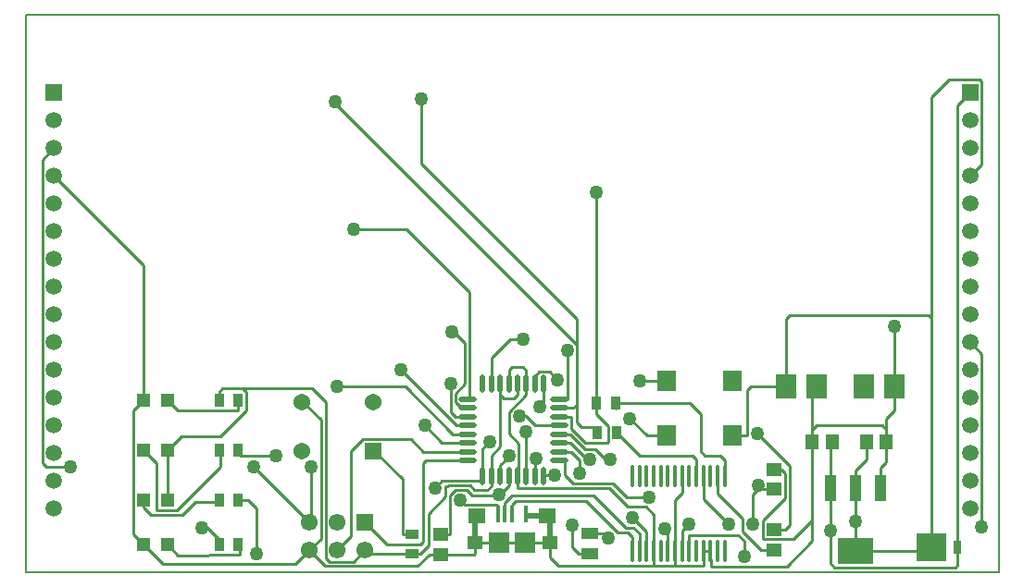
<source format=gtl>
G04 Layer_Physical_Order=1*
G04 Layer_Color=255*
%FSLAX25Y25*%
%MOIN*%
G70*
G01*
G75*
%ADD10R,0.01575X0.05905*%
%ADD11R,0.06299X0.05512*%
%ADD12R,0.05709X0.05118*%
%ADD13R,0.07480X0.07480*%
%ADD14R,0.05905X0.03937*%
%ADD15R,0.05118X0.03543*%
%ADD16R,0.05709X0.04528*%
%ADD17O,0.01378X0.08268*%
%ADD18R,0.03937X0.09449*%
%ADD19R,0.12992X0.09449*%
%ADD20R,0.05118X0.05118*%
%ADD21R,0.03543X0.05118*%
%ADD22R,0.06890X0.07677*%
%ADD23O,0.02165X0.06496*%
%ADD24O,0.06496X0.02165*%
%ADD25R,0.04528X0.05709*%
%ADD26R,0.07677X0.08858*%
%ADD27R,0.03000X0.05000*%
%ADD28R,0.10512X0.10000*%
%ADD29C,0.01000*%
%ADD30C,0.01968*%
%ADD31C,0.00787*%
%ADD32R,0.06063X0.06063*%
%ADD33C,0.06063*%
%ADD34R,0.06102X0.06102*%
%ADD35C,0.06102*%
%ADD36R,0.05905X0.05905*%
%ADD37C,0.05905*%
%ADD38C,0.05000*%
D10*
X170079Y20999D02*
D03*
X172638D02*
D03*
X175197D02*
D03*
X180315D02*
D03*
D11*
X162599Y20113D02*
D03*
X187795D02*
D03*
D12*
X161713Y10468D02*
D03*
X188681D02*
D03*
D13*
X170473D02*
D03*
X179921D02*
D03*
D14*
X203300Y6498D02*
D03*
Y13782D02*
D03*
D15*
X139000Y13445D02*
D03*
Y6555D02*
D03*
D16*
X149500Y13443D02*
D03*
Y6357D02*
D03*
X269503Y36868D02*
D03*
Y29781D02*
D03*
X269500Y8000D02*
D03*
Y15087D02*
D03*
D17*
X218500Y7500D02*
D03*
X221059D02*
D03*
X223618D02*
D03*
X226177D02*
D03*
X228736D02*
D03*
X231295D02*
D03*
X233854D02*
D03*
X236413D02*
D03*
X238972D02*
D03*
X241531D02*
D03*
X244090D02*
D03*
X246650D02*
D03*
X249209D02*
D03*
X251767D02*
D03*
X218500Y34665D02*
D03*
X221059D02*
D03*
X223618D02*
D03*
X226177D02*
D03*
X228736D02*
D03*
X231295D02*
D03*
X233854D02*
D03*
X236413D02*
D03*
X238972D02*
D03*
X241531D02*
D03*
X244090D02*
D03*
X246650D02*
D03*
X249209D02*
D03*
X251767D02*
D03*
D18*
X307858Y30285D02*
D03*
X298803D02*
D03*
X289748D02*
D03*
D19*
X298803Y7451D02*
D03*
D20*
X51131Y61800D02*
D03*
X42469D02*
D03*
X51131Y43800D02*
D03*
X42469D02*
D03*
X51131Y25800D02*
D03*
X42469D02*
D03*
X51131Y9800D02*
D03*
X42469D02*
D03*
D21*
X212745Y50300D02*
D03*
X205855D02*
D03*
X205510Y60700D02*
D03*
X212400D02*
D03*
X76576Y43800D02*
D03*
X69686D02*
D03*
X76575Y25800D02*
D03*
X69686D02*
D03*
X76575Y61800D02*
D03*
X69686D02*
D03*
X76576Y9800D02*
D03*
X69686D02*
D03*
D22*
X254372Y68743D02*
D03*
Y49057D02*
D03*
X230828Y68743D02*
D03*
Y49057D02*
D03*
D23*
X186624Y67716D02*
D03*
X183474D02*
D03*
X180324D02*
D03*
X177175D02*
D03*
X174025D02*
D03*
X170876D02*
D03*
X167726D02*
D03*
X164576D02*
D03*
Y34646D02*
D03*
X167726D02*
D03*
X170876D02*
D03*
X174025D02*
D03*
X177175D02*
D03*
X180324D02*
D03*
X183474D02*
D03*
X186624D02*
D03*
D24*
X159065Y62205D02*
D03*
Y59055D02*
D03*
Y55905D02*
D03*
Y52756D02*
D03*
Y49606D02*
D03*
Y46457D02*
D03*
Y43307D02*
D03*
Y40157D02*
D03*
X192135D02*
D03*
Y43307D02*
D03*
Y46457D02*
D03*
Y49606D02*
D03*
Y52756D02*
D03*
Y55905D02*
D03*
Y59055D02*
D03*
Y62205D02*
D03*
D25*
X283260Y46868D02*
D03*
X290347D02*
D03*
X302803D02*
D03*
X309890D02*
D03*
D26*
X273976Y66868D02*
D03*
X284803D02*
D03*
X301976D02*
D03*
X312803D02*
D03*
D27*
X335600Y8700D02*
D03*
D28*
X326309D02*
D03*
D29*
X233854Y11118D02*
X233903D01*
X273458Y26518D02*
Y35543D01*
X272132Y36868D02*
X273458Y35543D01*
X269503Y36868D02*
X272132D01*
X251767Y34665D02*
Y40233D01*
X250000Y42000D02*
X251767Y40233D01*
X244500Y42000D02*
X250000D01*
X243000Y43500D02*
X244500Y42000D01*
X243000Y43500D02*
Y57000D01*
X239300Y60700D02*
X243000Y57000D01*
X212400Y60700D02*
X239300D01*
X241531Y34665D02*
Y40469D01*
X240000Y42000D02*
X241531Y40469D01*
X221045Y42000D02*
X240000D01*
X212745Y50300D02*
X221045Y42000D01*
X200003Y52318D02*
X205855D01*
X159903Y62205D02*
Y100918D01*
X118000Y123500D02*
X137321D01*
X159903Y100918D01*
X205500Y60710D02*
Y137000D01*
Y60710D02*
X205510Y60700D01*
X51131Y25800D02*
Y43800D01*
X298803Y30285D02*
Y36518D01*
X302803Y40518D01*
Y46868D01*
X244090Y7500D02*
X246650D01*
X307858Y30285D02*
Y37518D01*
X309890Y39549D01*
Y46868D01*
Y55318D02*
X312803Y58231D01*
Y66868D01*
X289748Y30285D02*
Y46269D01*
X226177Y2318D02*
X226277Y2218D01*
X233754D01*
X233854Y2318D01*
Y7500D01*
Y2318D02*
X233954Y2218D01*
X243990D01*
X244090Y2318D01*
Y7500D01*
X283260Y51268D02*
X284810Y52818D01*
X308340D01*
X309890Y51268D01*
Y46868D02*
Y51268D01*
X42469Y23175D02*
Y25800D01*
Y23175D02*
X45103Y20541D01*
X56390D01*
X61167Y25318D01*
X69686D02*
Y25800D01*
X335600Y168100D02*
X340200Y172700D01*
X335600Y8700D02*
Y168100D01*
X123445Y6555D02*
X139000D01*
X188681Y5290D02*
X191753Y2218D01*
X226077D01*
X226177Y2318D01*
Y7500D01*
X161603Y6357D02*
X161713Y6466D01*
X289748Y3123D02*
X291253Y1618D01*
X334700D01*
X335600Y2518D01*
Y8700D01*
X177175Y63768D02*
Y67716D01*
X175925Y62518D02*
X177175Y63768D01*
X172125Y62518D02*
X175925D01*
X170876Y63768D02*
X172125Y62518D01*
X170876Y63768D02*
Y67716D01*
X102200Y17800D02*
X102803Y18403D01*
Y37718D01*
X135103Y72700D02*
X155047Y52756D01*
X159065D01*
X6103Y148603D02*
X10200Y152700D01*
X6103Y39118D02*
Y148603D01*
Y39118D02*
X7503Y37718D01*
X16203D01*
X82282D02*
X102200Y17800D01*
X298803Y7451D02*
Y18218D01*
Y30285D01*
X325059Y92518D02*
X326309Y91268D01*
X275226Y92518D02*
X325059D01*
X273976Y91268D02*
X275226Y92518D01*
X273976Y66868D02*
Y91268D01*
X102200Y7800D02*
X107951Y2049D01*
X141134D01*
X145442Y6357D01*
X149500D01*
X186624Y34646D02*
Y34718D01*
X265503Y18563D02*
X273458Y26518D01*
X265503Y11818D02*
Y18563D01*
Y11818D02*
X265603Y11718D01*
X276503D01*
X283260Y18474D01*
X236413Y28407D02*
Y34665D01*
X233903Y25897D02*
X236413Y28407D01*
X233854Y7500D02*
Y11118D01*
X192135Y59055D02*
X197303D01*
X198603Y60355D01*
Y81718D01*
Y53718D02*
X200003Y52318D01*
X205855Y50300D02*
Y52318D01*
X205510Y56818D02*
Y60700D01*
Y56818D02*
X209752Y52576D01*
Y46718D02*
Y52576D01*
X209652Y46618D02*
X209752Y46718D01*
X201554Y46618D02*
X209652D01*
X196503Y51669D02*
X201554Y46618D01*
X196503Y51669D02*
Y55805D01*
X196403Y55905D02*
X196503Y55805D01*
X192135Y55905D02*
X196403D01*
X192135Y62205D02*
X195003D01*
X192135Y43307D02*
X196403D01*
X261253Y66868D02*
X273976D01*
X259803Y65418D02*
X261253Y66868D01*
X259803Y49157D02*
Y65418D01*
X259703Y49057D02*
X259803Y49157D01*
X254372Y49057D02*
X259703D01*
X149500Y13443D02*
X152703D01*
X152803Y13543D01*
Y27518D01*
X154803Y29518D01*
X158753D01*
X160753Y27518D01*
X170403D01*
X167726Y30990D02*
Y34646D01*
X166253Y29518D02*
X167726Y30990D01*
X161603Y29518D02*
X166253D01*
X160003Y31118D02*
X161603Y29518D01*
X151203Y27039D02*
Y31018D01*
X145103Y20939D02*
X151203Y27039D01*
X145103Y9368D02*
Y20939D01*
X142291Y6555D02*
X145103Y9368D01*
X139000Y6555D02*
X142291D01*
X147378Y30343D02*
X149753Y32718D01*
X164576D02*
Y34646D01*
X217603Y55118D02*
X223663Y49057D01*
X230828D01*
X174153Y49789D02*
Y57618D01*
X180324Y63789D01*
Y67716D01*
X154803Y55905D02*
X159065D01*
X153116Y57592D02*
X154803Y55905D01*
X153116Y57592D02*
Y68005D01*
X159065Y62205D02*
X159903D01*
X188703Y72065D02*
X191403Y69365D01*
X208439Y13782D02*
X209903Y12318D01*
X203300Y13782D02*
X208439D01*
X183474Y40288D02*
X183903Y40718D01*
X183474Y34646D02*
Y40288D01*
X170503Y27818D02*
X174025Y31340D01*
X249209Y28218D02*
Y34665D01*
Y28218D02*
X258303Y19123D01*
Y14618D02*
Y19123D01*
Y14618D02*
X264921Y8000D01*
X269500D01*
X76575Y25800D02*
Y25818D01*
X258703Y5618D02*
Y11268D01*
X256653Y13318D02*
X258703Y11268D01*
X239072Y13318D02*
X256653D01*
X238972Y13218D02*
X239072Y13318D01*
X238972Y7500D02*
Y13218D01*
X265190Y29781D02*
X269503D01*
X263803Y31168D02*
X265190Y29781D01*
X212400Y58818D02*
Y60700D01*
X143710Y52700D02*
X149953Y46457D01*
X159065D01*
X180269Y37394D02*
Y50368D01*
X180324Y34646D02*
Y37394D01*
X340200Y82700D02*
X344303Y78597D01*
Y16218D02*
Y78597D01*
X192135Y40157D02*
X194203D01*
X172638Y20999D02*
Y24818D01*
X216253Y15895D02*
X218932D01*
X221059Y13768D01*
Y7500D02*
Y13768D01*
X218500Y7500D02*
Y12594D01*
X216799Y14295D02*
X218500Y12594D01*
X213080Y14295D02*
X216799D01*
X175197Y20999D02*
Y24298D01*
X312803Y66868D02*
Y88418D01*
X51131Y61800D02*
X54813Y58118D01*
X76476D01*
X76575Y58218D01*
Y61800D01*
X97118Y2718D02*
X102200Y7800D01*
X49551Y2718D02*
X97118D01*
X42469Y9800D02*
X49551Y2718D01*
X169936Y24061D02*
X170079Y20999D01*
X158260Y24061D02*
X169936D01*
X156403Y25918D02*
X158260Y24061D01*
X196903Y8898D02*
Y16918D01*
Y8898D02*
X199303Y6498D01*
X203300D01*
X51131Y9800D02*
X54913Y6018D01*
X77131Y6118D01*
X236413Y14878D02*
X238753Y17218D01*
X236413Y7500D02*
Y14878D01*
X164576Y34646D02*
Y44410D01*
X261903Y27931D02*
X263753Y29781D01*
X261903Y17118D02*
Y27931D01*
X218603Y19518D02*
X223618Y14503D01*
Y7500D02*
Y14503D01*
X231295Y7500D02*
Y13726D01*
X118049Y3649D02*
X122200Y7800D01*
X109418Y3649D02*
X118049D01*
X108049Y5018D02*
X109418Y3649D01*
X108049Y5018D02*
Y61272D01*
X103053Y66268D02*
X108049Y61272D01*
X69686Y61800D02*
Y65018D01*
X70936Y66268D01*
X78253D02*
X79503Y65018D01*
Y58118D02*
Y65018D01*
X70203Y48818D02*
X79503Y58118D01*
X56149Y48818D02*
X70203D01*
X51131Y43800D02*
X56149Y48818D01*
X244090Y26331D02*
X253303Y17118D01*
X244090Y26331D02*
Y34665D01*
X340200Y142700D02*
X344303Y146803D01*
Y176718D01*
X192135Y46457D02*
X196214D01*
X201548Y44361D02*
X205010D01*
X196303Y49606D02*
X201548Y44361D01*
X192135Y49606D02*
X196303D01*
X170876Y34646D02*
Y38390D01*
X186624Y61759D02*
Y67716D01*
X158303Y67804D02*
Y82518D01*
X154716Y64218D02*
X158303Y67804D01*
X154716Y61268D02*
Y64218D01*
Y61268D02*
X156929Y59055D01*
X159065D01*
X112103Y66718D02*
X136803D01*
X153915Y49606D01*
X159065D01*
X112200Y7800D02*
X117103Y12703D01*
Y43518D01*
X121403Y47818D01*
X138803D01*
X143314Y43307D01*
X159065D01*
X144093Y40157D02*
X159065D01*
X246650Y7500D02*
X246950Y2018D01*
X274153D01*
X283260Y11124D01*
X221203Y68743D02*
X230828D01*
X99905Y61358D02*
X106403Y54860D01*
Y12003D02*
Y54860D01*
X102200Y7800D02*
X106403Y12003D01*
X177175Y34646D02*
X177275Y30218D01*
X38803Y58134D02*
X42469Y61800D01*
X38803Y13466D02*
Y58134D01*
Y13466D02*
X42469Y9800D01*
Y61800D02*
Y110431D01*
X10200Y142700D02*
X42469Y110431D01*
X135903Y13445D02*
X139000D01*
X135749Y13599D02*
X135903Y13445D01*
X135749Y13599D02*
Y33388D01*
X125495Y43642D02*
X135749Y33388D01*
X269500Y15087D02*
X273403D01*
X275058Y16741D01*
Y38163D01*
X263403Y49818D02*
X275058Y38163D01*
X42469Y43800D02*
X47003Y39266D01*
X47103Y22141D01*
X54613D01*
X70241Y37769D01*
X70936Y66268D02*
X78253D01*
X103053D01*
X326309Y8700D02*
Y91268D01*
X180269Y37394D02*
X180324D01*
X174025Y31140D02*
Y31340D01*
Y34646D01*
X198603Y53718D02*
Y60355D01*
Y81718D02*
Y91200D01*
X195003Y62205D02*
Y79918D01*
X283260Y11124D02*
Y18474D01*
Y46868D01*
Y51268D01*
X309890D02*
Y55318D01*
X289748Y3123D02*
Y14818D01*
Y30285D01*
X83000Y6500D02*
Y22871D01*
X80053Y25818D02*
X83000Y22871D01*
X183615Y52756D02*
X192135D01*
X177753Y56118D02*
X180253D01*
X183615Y52756D01*
X185000Y59500D02*
Y60135D01*
X186624Y61759D01*
X177175Y34646D02*
X177600Y35071D01*
X174153Y49789D02*
X177600Y46343D01*
Y35071D02*
Y46343D01*
X174000Y41515D02*
Y42000D01*
X170876Y38390D02*
X174000Y41515D01*
X170876Y45140D02*
Y63768D01*
X167726Y34646D02*
Y41991D01*
X170876Y45140D01*
X164576Y44410D02*
X167000Y46834D01*
Y47000D01*
X263753Y29781D02*
X265190D01*
X216521Y27000D02*
X224500D01*
X223395Y23400D02*
X226177Y20617D01*
X216921Y23400D02*
X223395D01*
X210103Y30218D02*
X216921Y23400D01*
X233903Y11118D02*
Y25897D01*
X77131Y41818D02*
X90203D01*
X226177Y7500D02*
Y20617D01*
X230000Y15021D02*
Y15500D01*
Y15021D02*
X231295Y13726D01*
X177275Y30218D02*
X210103D01*
X194203Y34706D02*
X197009Y31900D01*
X186624Y34718D02*
X190603D01*
X170403Y27518D02*
X174025Y31140D01*
X196214Y46457D02*
X202171Y40500D01*
X203000D01*
X199400Y35600D02*
X199500Y35500D01*
X199400Y35600D02*
Y40310D01*
X197009Y31900D02*
X211621D01*
X196403Y43307D02*
X199400Y40310D01*
X205010Y44361D02*
X208871Y40500D01*
X210500D01*
X326309Y91268D02*
Y171309D01*
X65459Y16000D02*
X70241Y11218D01*
X63500Y16000D02*
X65459D01*
X289748Y46269D02*
X290347Y46868D01*
X298803Y7451D02*
X325059D01*
X326309Y8700D01*
X183474Y67716D02*
Y70618D01*
X184921Y72065D01*
X188703D01*
X167726Y67716D02*
Y77140D01*
X180324Y67716D02*
Y72676D01*
X174025Y67716D02*
Y73025D01*
X175000Y74000D01*
X179000D01*
X180324Y72676D01*
X211621Y31900D02*
X216521Y27000D01*
X194203Y34706D02*
Y40157D01*
X283260Y51268D02*
Y65324D01*
X284803Y66868D01*
X326309Y171309D02*
X332500Y177500D01*
X343521D01*
X344303Y176718D01*
X122200Y17800D02*
X130000Y10000D01*
X142085D01*
X143000Y10915D01*
Y39065D01*
X144093Y40157D01*
X122200Y7800D02*
X123445Y6555D01*
X152100Y31118D02*
X160003D01*
X152000Y31018D02*
X152100Y31118D01*
X151203Y31018D02*
X152000D01*
X149500Y6357D02*
X161603D01*
X172638Y24818D02*
X175320Y27500D01*
X204648D01*
X216253Y15895D01*
X77131Y41818D02*
Y43800D01*
X70241Y9800D02*
Y11218D01*
X149753Y32718D02*
X164576D01*
X76575Y25818D02*
X80053D01*
X77131Y6118D02*
Y9800D01*
X61167Y25318D02*
X69686D01*
X70241Y37769D02*
Y43800D01*
X175197Y24298D02*
X176399Y25500D01*
X201874D01*
X213080Y14295D01*
X142500Y147303D02*
Y170500D01*
Y147303D02*
X198603Y91200D01*
X111500Y168821D02*
Y169500D01*
Y168821D02*
X198603Y81718D01*
X154321Y86500D02*
X158303Y82518D01*
X153500Y86500D02*
X154321D01*
X167726Y77140D02*
X174585Y84000D01*
X179000D01*
X161713Y19228D02*
X162599Y20113D01*
X187795D02*
X188681Y19228D01*
X180315Y20999D02*
X181201Y20113D01*
X179921Y10468D02*
X188681D01*
Y5290D02*
Y10468D01*
X170473D02*
X179921D01*
X161713D02*
X170473D01*
X161713Y6466D02*
Y10468D01*
D30*
X181201Y20113D02*
X187795D01*
X188681Y10468D02*
Y19228D01*
X161713Y10468D02*
Y19228D01*
D31*
X3Y-32D02*
X350397D01*
X3D02*
Y200755D01*
X350397D01*
Y-32D02*
Y200755D01*
D32*
X124995Y43642D02*
D03*
D33*
X99405D02*
D03*
X124995Y61358D02*
D03*
X99405D02*
D03*
D34*
X122200Y17800D02*
D03*
D35*
Y7800D02*
D03*
X112200Y17800D02*
D03*
Y7800D02*
D03*
X102200Y17800D02*
D03*
Y7800D02*
D03*
D36*
X10200Y172700D02*
D03*
X340200D02*
D03*
D37*
X10200Y162700D02*
D03*
Y152700D02*
D03*
Y142700D02*
D03*
Y132700D02*
D03*
Y122700D02*
D03*
Y112700D02*
D03*
Y102700D02*
D03*
Y92700D02*
D03*
Y82700D02*
D03*
Y72700D02*
D03*
Y62700D02*
D03*
Y52700D02*
D03*
Y42700D02*
D03*
Y32700D02*
D03*
Y22700D02*
D03*
X340200Y162700D02*
D03*
Y152700D02*
D03*
Y142700D02*
D03*
Y132700D02*
D03*
Y122700D02*
D03*
Y112700D02*
D03*
Y102700D02*
D03*
Y92700D02*
D03*
Y82700D02*
D03*
Y72700D02*
D03*
Y62700D02*
D03*
Y52700D02*
D03*
Y42700D02*
D03*
Y32700D02*
D03*
Y22700D02*
D03*
D38*
X118000Y123500D02*
D03*
X205500Y137000D02*
D03*
X102803Y37718D02*
D03*
X135103Y72700D02*
D03*
X16203Y37718D02*
D03*
X82282D02*
D03*
X190603Y34718D02*
D03*
X195003Y79918D02*
D03*
X147378Y30343D02*
D03*
X217603Y55118D02*
D03*
X177753Y56118D02*
D03*
X153116Y68005D02*
D03*
X191403Y69365D02*
D03*
X289748Y14818D02*
D03*
X209903Y12318D02*
D03*
X183903Y40718D02*
D03*
X170503Y27818D02*
D03*
X258703Y5618D02*
D03*
X263803Y31168D02*
D03*
X143710Y52700D02*
D03*
X180269Y50368D02*
D03*
X344303Y16218D02*
D03*
X312803Y88418D02*
D03*
X156403Y25918D02*
D03*
X196903Y16918D02*
D03*
X90203Y41818D02*
D03*
X238753Y17218D02*
D03*
X261903Y17118D02*
D03*
X218603Y19518D02*
D03*
X253303Y17118D02*
D03*
X298803Y18218D02*
D03*
X112103Y66718D02*
D03*
X221203Y68743D02*
D03*
X263403Y49818D02*
D03*
X83000Y6500D02*
D03*
X185000Y59500D02*
D03*
X174000Y42000D02*
D03*
X167000Y47000D02*
D03*
X224500Y27000D02*
D03*
X230000Y15500D02*
D03*
X203000Y40500D02*
D03*
X199500Y35500D02*
D03*
X210500Y40500D02*
D03*
X63500Y16000D02*
D03*
X142500Y170500D02*
D03*
X111500Y169500D02*
D03*
X153500Y86500D02*
D03*
X179000Y84000D02*
D03*
M02*

</source>
